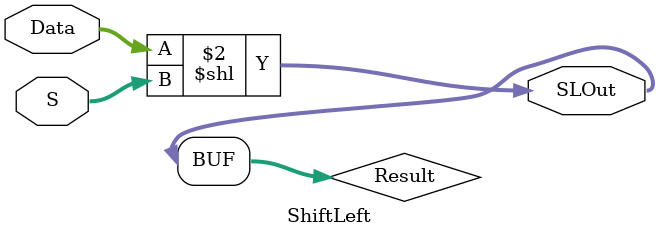
<source format=v>
module ShiftLeft (
	input[15:0] Data,
	input[1:0] S,
	output[15:0] SLOut
);
reg[15:0] Result;
assign SLOut = Result;
always @(*) begin
	Result = Data << S;
end
endmodule
</source>
